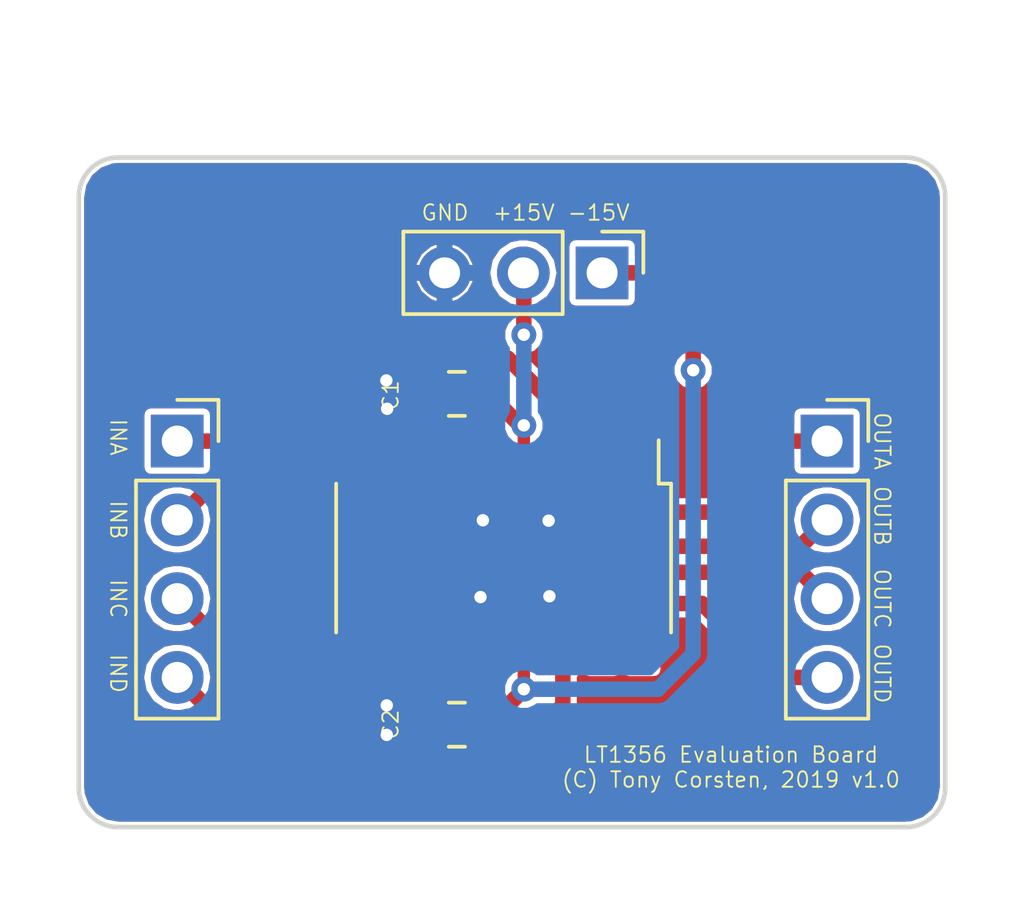
<source format=kicad_pcb>
(kicad_pcb (version 20171130) (host pcbnew "(5.0.2)-1")

  (general
    (thickness 1.6)
    (drawings 20)
    (tracks 89)
    (zones 0)
    (modules 6)
    (nets 14)
  )

  (page A4)
  (layers
    (0 F.Cu signal)
    (31 B.Cu signal)
    (32 B.Adhes user)
    (33 F.Adhes user)
    (34 B.Paste user)
    (35 F.Paste user)
    (36 B.SilkS user)
    (37 F.SilkS user)
    (38 B.Mask user)
    (39 F.Mask user)
    (40 Dwgs.User user)
    (41 Cmts.User user)
    (42 Eco1.User user)
    (43 Eco2.User user)
    (44 Edge.Cuts user)
    (45 Margin user)
    (46 B.CrtYd user)
    (47 F.CrtYd user hide)
    (48 B.Fab user)
    (49 F.Fab user hide)
  )

  (setup
    (last_trace_width 0.25)
    (user_trace_width 0.25)
    (user_trace_width 0.3)
    (user_trace_width 0.4)
    (user_trace_width 0.5)
    (user_trace_width 0.6)
    (user_trace_width 0.7)
    (user_trace_width 0.8)
    (trace_clearance 0.2)
    (zone_clearance 0.1)
    (zone_45_only no)
    (trace_min 0.2)
    (segment_width 0.2)
    (edge_width 0.15)
    (via_size 0.8)
    (via_drill 0.4)
    (via_min_size 0.4)
    (via_min_drill 0.3)
    (uvia_size 0.3)
    (uvia_drill 0.1)
    (uvias_allowed no)
    (uvia_min_size 0.2)
    (uvia_min_drill 0.1)
    (pcb_text_width 0.3)
    (pcb_text_size 1.5 1.5)
    (mod_edge_width 0.15)
    (mod_text_size 1 1)
    (mod_text_width 0.15)
    (pad_size 1.524 1.524)
    (pad_drill 0.762)
    (pad_to_mask_clearance 0.051)
    (solder_mask_min_width 0.25)
    (aux_axis_origin 0 0)
    (visible_elements 7FFFFFFF)
    (pcbplotparams
      (layerselection 0x010f0_ffffffff)
      (usegerberextensions false)
      (usegerberattributes false)
      (usegerberadvancedattributes false)
      (creategerberjobfile false)
      (excludeedgelayer true)
      (linewidth 0.100000)
      (plotframeref false)
      (viasonmask false)
      (mode 1)
      (useauxorigin false)
      (hpglpennumber 1)
      (hpglpenspeed 20)
      (hpglpendiameter 15.000000)
      (psnegative false)
      (psa4output false)
      (plotreference true)
      (plotvalue true)
      (plotinvisibletext false)
      (padsonsilk false)
      (subtractmaskfromsilk false)
      (outputformat 1)
      (mirror false)
      (drillshape 0)
      (scaleselection 1)
      (outputdirectory "LT1356_Gerber/"))
  )

  (net 0 "")
  (net 1 -15V)
  (net 2 +15V)
  (net 3 /INA)
  (net 4 /INB)
  (net 5 /INC)
  (net 6 /IND)
  (net 7 /OUTD)
  (net 8 /OUTC)
  (net 9 /OUTB)
  (net 10 /OUTA)
  (net 11 "Net-(U1-Pad8)")
  (net 12 "Net-(U1-Pad9)")
  (net 13 GND)

  (net_class Default "This is the default net class."
    (clearance 0.2)
    (trace_width 0.25)
    (via_dia 0.8)
    (via_drill 0.4)
    (uvia_dia 0.3)
    (uvia_drill 0.1)
    (add_net +15V)
    (add_net -15V)
    (add_net /INA)
    (add_net /INB)
    (add_net /INC)
    (add_net /IND)
    (add_net /OUTA)
    (add_net /OUTB)
    (add_net /OUTC)
    (add_net /OUTD)
    (add_net GND)
    (add_net "Net-(U1-Pad8)")
    (add_net "Net-(U1-Pad9)")
  )

  (module Connector_PinSocket_2.54mm:PinSocket_1x04_P2.54mm_Vertical (layer F.Cu) (tedit 5D4FA22B) (tstamp 5D6D22B6)
    (at 112.395 81.534)
    (descr "Through hole straight socket strip, 1x04, 2.54mm pitch, single row (from Kicad 4.0.7), script generated")
    (tags "Through hole socket strip THT 1x04 2.54mm single row")
    (path /5D508DAD)
    (fp_text reference J2 (at 0 -2.77) (layer F.SilkS) hide
      (effects (font (size 1 1) (thickness 0.15)))
    )
    (fp_text value SIG_IN (at 0 10.39) (layer F.Fab)
      (effects (font (size 1 1) (thickness 0.15)))
    )
    (fp_line (start -1.27 -1.27) (end 0.635 -1.27) (layer F.Fab) (width 0.1))
    (fp_line (start 0.635 -1.27) (end 1.27 -0.635) (layer F.Fab) (width 0.1))
    (fp_line (start 1.27 -0.635) (end 1.27 8.89) (layer F.Fab) (width 0.1))
    (fp_line (start 1.27 8.89) (end -1.27 8.89) (layer F.Fab) (width 0.1))
    (fp_line (start -1.27 8.89) (end -1.27 -1.27) (layer F.Fab) (width 0.1))
    (fp_line (start -1.33 1.27) (end 1.33 1.27) (layer F.SilkS) (width 0.12))
    (fp_line (start -1.33 1.27) (end -1.33 8.95) (layer F.SilkS) (width 0.12))
    (fp_line (start -1.33 8.95) (end 1.33 8.95) (layer F.SilkS) (width 0.12))
    (fp_line (start 1.33 1.27) (end 1.33 8.95) (layer F.SilkS) (width 0.12))
    (fp_line (start 1.33 -1.33) (end 1.33 0) (layer F.SilkS) (width 0.12))
    (fp_line (start 0 -1.33) (end 1.33 -1.33) (layer F.SilkS) (width 0.12))
    (fp_line (start -1.8 -1.8) (end 1.75 -1.8) (layer F.CrtYd) (width 0.05))
    (fp_line (start 1.75 -1.8) (end 1.75 9.4) (layer F.CrtYd) (width 0.05))
    (fp_line (start 1.75 9.4) (end -1.8 9.4) (layer F.CrtYd) (width 0.05))
    (fp_line (start -1.8 9.4) (end -1.8 -1.8) (layer F.CrtYd) (width 0.05))
    (fp_text user %R (at 0 3.81 90) (layer F.Fab)
      (effects (font (size 1 1) (thickness 0.15)))
    )
    (pad 1 thru_hole rect (at 0 0) (size 1.7 1.7) (drill 1) (layers *.Cu *.Mask)
      (net 3 /INA))
    (pad 2 thru_hole oval (at 0 2.54) (size 1.7 1.7) (drill 1) (layers *.Cu *.Mask)
      (net 4 /INB))
    (pad 3 thru_hole oval (at 0 5.08) (size 1.7 1.7) (drill 1) (layers *.Cu *.Mask)
      (net 5 /INC))
    (pad 4 thru_hole oval (at 0 7.62) (size 1.7 1.7) (drill 1) (layers *.Cu *.Mask)
      (net 6 /IND))
    (model ${KISYS3DMOD}/Connector_PinSocket_2.54mm.3dshapes/PinSocket_1x04_P2.54mm_Vertical.wrl
      (at (xyz 0 0 0))
      (scale (xyz 1 1 1))
      (rotate (xyz 0 0 0))
    )
  )

  (module Connector_PinSocket_2.54mm:PinSocket_1x04_P2.54mm_Vertical (layer F.Cu) (tedit 5D4FA232) (tstamp 5D6D166D)
    (at 133.35 81.534)
    (descr "Through hole straight socket strip, 1x04, 2.54mm pitch, single row (from Kicad 4.0.7), script generated")
    (tags "Through hole socket strip THT 1x04 2.54mm single row")
    (path /5D5094D6)
    (fp_text reference J3 (at 0 -2.77) (layer F.SilkS) hide
      (effects (font (size 1 1) (thickness 0.15)))
    )
    (fp_text value SIG_OUT (at 0 10.39) (layer F.Fab)
      (effects (font (size 1 1) (thickness 0.15)))
    )
    (fp_text user %R (at 0 3.81 90) (layer F.Fab)
      (effects (font (size 1 1) (thickness 0.15)))
    )
    (fp_line (start -1.8 9.4) (end -1.8 -1.8) (layer F.CrtYd) (width 0.05))
    (fp_line (start 1.75 9.4) (end -1.8 9.4) (layer F.CrtYd) (width 0.05))
    (fp_line (start 1.75 -1.8) (end 1.75 9.4) (layer F.CrtYd) (width 0.05))
    (fp_line (start -1.8 -1.8) (end 1.75 -1.8) (layer F.CrtYd) (width 0.05))
    (fp_line (start 0 -1.33) (end 1.33 -1.33) (layer F.SilkS) (width 0.12))
    (fp_line (start 1.33 -1.33) (end 1.33 0) (layer F.SilkS) (width 0.12))
    (fp_line (start 1.33 1.27) (end 1.33 8.95) (layer F.SilkS) (width 0.12))
    (fp_line (start -1.33 8.95) (end 1.33 8.95) (layer F.SilkS) (width 0.12))
    (fp_line (start -1.33 1.27) (end -1.33 8.95) (layer F.SilkS) (width 0.12))
    (fp_line (start -1.33 1.27) (end 1.33 1.27) (layer F.SilkS) (width 0.12))
    (fp_line (start -1.27 8.89) (end -1.27 -1.27) (layer F.Fab) (width 0.1))
    (fp_line (start 1.27 8.89) (end -1.27 8.89) (layer F.Fab) (width 0.1))
    (fp_line (start 1.27 -0.635) (end 1.27 8.89) (layer F.Fab) (width 0.1))
    (fp_line (start 0.635 -1.27) (end 1.27 -0.635) (layer F.Fab) (width 0.1))
    (fp_line (start -1.27 -1.27) (end 0.635 -1.27) (layer F.Fab) (width 0.1))
    (pad 4 thru_hole oval (at 0 7.62) (size 1.7 1.7) (drill 1) (layers *.Cu *.Mask)
      (net 7 /OUTD))
    (pad 3 thru_hole oval (at 0 5.08) (size 1.7 1.7) (drill 1) (layers *.Cu *.Mask)
      (net 8 /OUTC))
    (pad 2 thru_hole oval (at 0 2.54) (size 1.7 1.7) (drill 1) (layers *.Cu *.Mask)
      (net 9 /OUTB))
    (pad 1 thru_hole rect (at 0 0) (size 1.7 1.7) (drill 1) (layers *.Cu *.Mask)
      (net 10 /OUTA))
    (model ${KISYS3DMOD}/Connector_PinSocket_2.54mm.3dshapes/PinSocket_1x04_P2.54mm_Vertical.wrl
      (at (xyz 0 0 0))
      (scale (xyz 1 1 1))
      (rotate (xyz 0 0 0))
    )
  )

  (module Package_SO:SOP-16_3.9x10.4mm_P1.27mm_Hand_Solder (layer F.Cu) (tedit 5D50DEF8) (tstamp 5D6D168F)
    (at 122.919569 85.305565 270)
    (descr "16-Lead Plastic Small Outline http://www.vishay.com/docs/49633/sg2098.pdf")
    (tags "SOP 1.27")
    (path /5D508660)
    (attr smd)
    (fp_text reference U1 (at 0 -6.2 270) (layer F.SilkS) hide
      (effects (font (size 1 1) (thickness 0.15)))
    )
    (fp_text value LT1356IS-PBF (at 0 6.1 270) (layer F.Fab)
      (effects (font (size 1 1) (thickness 0.15)))
    )
    (fp_text user %R (at 0 0 270) (layer F.Fab)
      (effects (font (size 0.8 0.8) (thickness 0.15)))
    )
    (fp_line (start -1.95 -4.6) (end -1.35 -5.2) (layer F.Fab) (width 0.1))
    (fp_line (start -2.4 -5.4) (end -2.4 -5) (layer F.SilkS) (width 0.12))
    (fp_line (start -2.4 -5) (end -3.8 -5) (layer F.SilkS) (width 0.12))
    (fp_line (start -1.35 -5.2) (end 1.95 -5.2) (layer F.Fab) (width 0.1))
    (fp_line (start 1.95 -5.2) (end 1.95 5.2) (layer F.Fab) (width 0.1))
    (fp_line (start 1.95 5.2) (end -1.95 5.2) (layer F.Fab) (width 0.1))
    (fp_line (start -1.95 5.2) (end -1.95 -4.6) (layer F.Fab) (width 0.1))
    (fp_line (start -2.4 -5.4) (end 2.4 -5.4) (layer F.SilkS) (width 0.12))
    (fp_line (start -2.4 5.4) (end 2.4 5.4) (layer F.SilkS) (width 0.12))
    (fp_line (start -4.05 -5.45) (end 4.05 -5.45) (layer F.CrtYd) (width 0.05))
    (fp_line (start -4.05 -5.45) (end -4.05 5.45) (layer F.CrtYd) (width 0.05))
    (fp_line (start 4.05 5.45) (end 4.05 -5.45) (layer F.CrtYd) (width 0.05))
    (fp_line (start 4.05 5.45) (end -4.05 5.45) (layer F.CrtYd) (width 0.05))
    (pad 1 smd rect (at -2.8 -4.45 270) (size 1.6 0.8) (layers F.Cu F.Paste F.Mask)
      (net 10 /OUTA))
    (pad 2 smd rect (at -2.8 -3.17 270) (size 1.6 0.8) (layers F.Cu F.Paste F.Mask)
      (net 10 /OUTA))
    (pad 3 smd rect (at -2.8 -1.91 270) (size 1.6 0.8) (layers F.Cu F.Paste F.Mask)
      (net 3 /INA))
    (pad 4 smd rect (at -2.8 -0.64 270) (size 1.6 0.8) (layers F.Cu F.Paste F.Mask)
      (net 2 +15V))
    (pad 5 smd rect (at -2.8 0.64 270) (size 1.6 0.8) (layers F.Cu F.Paste F.Mask)
      (net 4 /INB))
    (pad 6 smd rect (at -2.8 1.91 270) (size 1.6 0.8) (layers F.Cu F.Paste F.Mask)
      (net 9 /OUTB))
    (pad 7 smd rect (at -2.8 3.17 270) (size 1.6 0.8) (layers F.Cu F.Paste F.Mask)
      (net 9 /OUTB))
    (pad 8 smd rect (at -2.8 4.45 270) (size 1.6 0.8) (layers F.Cu F.Paste F.Mask)
      (net 11 "Net-(U1-Pad8)"))
    (pad 9 smd rect (at 2.8 4.45 270) (size 1.6 0.8) (layers F.Cu F.Paste F.Mask)
      (net 12 "Net-(U1-Pad9)"))
    (pad 10 smd rect (at 2.8 3.17 270) (size 1.6 0.8) (layers F.Cu F.Paste F.Mask)
      (net 8 /OUTC))
    (pad 11 smd rect (at 2.8 1.91 270) (size 1.6 0.8) (layers F.Cu F.Paste F.Mask)
      (net 8 /OUTC))
    (pad 12 smd rect (at 2.8 0.64 270) (size 1.6 0.8) (layers F.Cu F.Paste F.Mask)
      (net 5 /INC))
    (pad 13 smd rect (at 2.8 -0.64 270) (size 1.6 0.8) (layers F.Cu F.Paste F.Mask)
      (net 1 -15V))
    (pad 14 smd rect (at 2.8 -1.91 270) (size 1.6 0.8) (layers F.Cu F.Paste F.Mask)
      (net 6 /IND))
    (pad 15 smd rect (at 2.8 -3.17 270) (size 1.6 0.8) (layers F.Cu F.Paste F.Mask)
      (net 7 /OUTD))
    (pad 16 smd rect (at 2.8 -4.45 270) (size 1.6 0.8) (layers F.Cu F.Paste F.Mask)
      (net 7 /OUTD))
    (model ${KISYS3DMOD}/Package_SO.3dshapes/SOP-16_4.4x10.4mm_P1.27mm.wrl
      (at (xyz 0 0 0))
      (scale (xyz 1 1 1))
      (rotate (xyz 0 0 0))
    )
  )

  (module Capacitor_SMD:C_0805_2012Metric_Pad1.15x1.40mm_HandSolder (layer F.Cu) (tedit 5D50DEEF) (tstamp 5D6E887B)
    (at 121.412 80.01 180)
    (descr "Capacitor SMD 0805 (2012 Metric), square (rectangular) end terminal, IPC_7351 nominal with elongated pad for handsoldering. (Body size source: https://docs.google.com/spreadsheets/d/1BsfQQcO9C6DZCsRaXUlFlo91Tg2WpOkGARC1WS5S8t0/edit?usp=sharing), generated with kicad-footprint-generator")
    (tags "capacitor handsolder")
    (path /5D50BB14)
    (attr smd)
    (fp_text reference C1 (at 2.1336 -0.0508 270) (layer F.SilkS)
      (effects (font (size 0.5 0.5) (thickness 0.06)))
    )
    (fp_text value C_Small (at 0 1.65 180) (layer F.Fab)
      (effects (font (size 1 1) (thickness 0.15)))
    )
    (fp_text user %R (at 0 0 180) (layer F.Fab)
      (effects (font (size 0.5 0.5) (thickness 0.08)))
    )
    (fp_line (start 1.85 0.95) (end -1.85 0.95) (layer F.CrtYd) (width 0.05))
    (fp_line (start 1.85 -0.95) (end 1.85 0.95) (layer F.CrtYd) (width 0.05))
    (fp_line (start -1.85 -0.95) (end 1.85 -0.95) (layer F.CrtYd) (width 0.05))
    (fp_line (start -1.85 0.95) (end -1.85 -0.95) (layer F.CrtYd) (width 0.05))
    (fp_line (start -0.261252 0.71) (end 0.261252 0.71) (layer F.SilkS) (width 0.12))
    (fp_line (start -0.261252 -0.71) (end 0.261252 -0.71) (layer F.SilkS) (width 0.12))
    (fp_line (start 1 0.6) (end -1 0.6) (layer F.Fab) (width 0.1))
    (fp_line (start 1 -0.6) (end 1 0.6) (layer F.Fab) (width 0.1))
    (fp_line (start -1 -0.6) (end 1 -0.6) (layer F.Fab) (width 0.1))
    (fp_line (start -1 0.6) (end -1 -0.6) (layer F.Fab) (width 0.1))
    (pad 2 smd roundrect (at 1.025 0 180) (size 1.15 1.4) (layers F.Cu F.Paste F.Mask) (roundrect_rratio 0.217391)
      (net 13 GND))
    (pad 1 smd roundrect (at -1.025 0 180) (size 1.15 1.4) (layers F.Cu F.Paste F.Mask) (roundrect_rratio 0.217391)
      (net 2 +15V))
    (model ${KISYS3DMOD}/Capacitor_SMD.3dshapes/C_0805_2012Metric.wrl
      (at (xyz 0 0 0))
      (scale (xyz 1 1 1))
      (rotate (xyz 0 0 0))
    )
  )

  (module Capacitor_SMD:C_0805_2012Metric_Pad1.15x1.40mm_HandSolder (layer F.Cu) (tedit 5D50DEE2) (tstamp 5D6E888C)
    (at 121.412 90.678)
    (descr "Capacitor SMD 0805 (2012 Metric), square (rectangular) end terminal, IPC_7351 nominal with elongated pad for handsoldering. (Body size source: https://docs.google.com/spreadsheets/d/1BsfQQcO9C6DZCsRaXUlFlo91Tg2WpOkGARC1WS5S8t0/edit?usp=sharing), generated with kicad-footprint-generator")
    (tags "capacitor handsolder")
    (path /5D50A154)
    (attr smd)
    (fp_text reference C2 (at -2.1336 0 90) (layer F.SilkS)
      (effects (font (size 0.5 0.5) (thickness 0.06)))
    )
    (fp_text value C_Small (at 0 1.65) (layer F.Fab)
      (effects (font (size 1 1) (thickness 0.15)))
    )
    (fp_line (start -1 0.6) (end -1 -0.6) (layer F.Fab) (width 0.1))
    (fp_line (start -1 -0.6) (end 1 -0.6) (layer F.Fab) (width 0.1))
    (fp_line (start 1 -0.6) (end 1 0.6) (layer F.Fab) (width 0.1))
    (fp_line (start 1 0.6) (end -1 0.6) (layer F.Fab) (width 0.1))
    (fp_line (start -0.261252 -0.71) (end 0.261252 -0.71) (layer F.SilkS) (width 0.12))
    (fp_line (start -0.261252 0.71) (end 0.261252 0.71) (layer F.SilkS) (width 0.12))
    (fp_line (start -1.85 0.95) (end -1.85 -0.95) (layer F.CrtYd) (width 0.05))
    (fp_line (start -1.85 -0.95) (end 1.85 -0.95) (layer F.CrtYd) (width 0.05))
    (fp_line (start 1.85 -0.95) (end 1.85 0.95) (layer F.CrtYd) (width 0.05))
    (fp_line (start 1.85 0.95) (end -1.85 0.95) (layer F.CrtYd) (width 0.05))
    (fp_text user %R (at 0 0) (layer F.Fab)
      (effects (font (size 0.5 0.5) (thickness 0.08)))
    )
    (pad 1 smd roundrect (at -1.025 0) (size 1.15 1.4) (layers F.Cu F.Paste F.Mask) (roundrect_rratio 0.217391)
      (net 13 GND))
    (pad 2 smd roundrect (at 1.025 0) (size 1.15 1.4) (layers F.Cu F.Paste F.Mask) (roundrect_rratio 0.217391)
      (net 1 -15V))
    (model ${KISYS3DMOD}/Capacitor_SMD.3dshapes/C_0805_2012Metric.wrl
      (at (xyz 0 0 0))
      (scale (xyz 1 1 1))
      (rotate (xyz 0 0 0))
    )
  )

  (module Connector_PinHeader_2.54mm:PinHeader_1x03_P2.54mm_Vertical (layer F.Cu) (tedit 5D4FA22F) (tstamp 5D6E888D)
    (at 126.09576 76.10856 270)
    (descr "Through hole straight pin header, 1x03, 2.54mm pitch, single row")
    (tags "Through hole pin header THT 1x03 2.54mm single row")
    (path /5D50A526)
    (fp_text reference J1 (at 0 -2.33 270) (layer F.SilkS) hide
      (effects (font (size 1 1) (thickness 0.15)))
    )
    (fp_text value Conn_01x03_Male (at 0 7.41 270) (layer F.Fab)
      (effects (font (size 1 1) (thickness 0.15)))
    )
    (fp_line (start -0.635 -1.27) (end 1.27 -1.27) (layer F.Fab) (width 0.1))
    (fp_line (start 1.27 -1.27) (end 1.27 6.35) (layer F.Fab) (width 0.1))
    (fp_line (start 1.27 6.35) (end -1.27 6.35) (layer F.Fab) (width 0.1))
    (fp_line (start -1.27 6.35) (end -1.27 -0.635) (layer F.Fab) (width 0.1))
    (fp_line (start -1.27 -0.635) (end -0.635 -1.27) (layer F.Fab) (width 0.1))
    (fp_line (start -1.33 6.41) (end 1.33 6.41) (layer F.SilkS) (width 0.12))
    (fp_line (start -1.33 1.27) (end -1.33 6.41) (layer F.SilkS) (width 0.12))
    (fp_line (start 1.33 1.27) (end 1.33 6.41) (layer F.SilkS) (width 0.12))
    (fp_line (start -1.33 1.27) (end 1.33 1.27) (layer F.SilkS) (width 0.12))
    (fp_line (start -1.33 0) (end -1.33 -1.33) (layer F.SilkS) (width 0.12))
    (fp_line (start -1.33 -1.33) (end 0 -1.33) (layer F.SilkS) (width 0.12))
    (fp_line (start -1.8 -1.8) (end -1.8 6.85) (layer F.CrtYd) (width 0.05))
    (fp_line (start -1.8 6.85) (end 1.8 6.85) (layer F.CrtYd) (width 0.05))
    (fp_line (start 1.8 6.85) (end 1.8 -1.8) (layer F.CrtYd) (width 0.05))
    (fp_line (start 1.8 -1.8) (end -1.8 -1.8) (layer F.CrtYd) (width 0.05))
    (fp_text user %R (at 0 2.54) (layer F.Fab)
      (effects (font (size 1 1) (thickness 0.15)))
    )
    (pad 1 thru_hole rect (at 0 0 270) (size 1.7 1.7) (drill 1) (layers *.Cu *.Mask)
      (net 1 -15V))
    (pad 2 thru_hole oval (at 0 2.54 270) (size 1.7 1.7) (drill 1) (layers *.Cu *.Mask)
      (net 2 +15V))
    (pad 3 thru_hole oval (at 0 5.08 270) (size 1.7 1.7) (drill 1) (layers *.Cu *.Mask)
      (net 13 GND))
    (model ${KISYS3DMOD}/Connector_PinHeader_2.54mm.3dshapes/PinHeader_1x03_P2.54mm_Vertical.wrl
      (at (xyz 0 0 0))
      (scale (xyz 1 1 1))
      (rotate (xyz 0 0 0))
    )
  )

  (gr_text OUTD (at 135.128 89.027 270) (layer F.SilkS) (tstamp 5D6E8C54)
    (effects (font (size 0.5 0.5) (thickness 0.06)))
  )
  (gr_text OUTC (at 135.128 86.614 270) (layer F.SilkS) (tstamp 5D6E8C37)
    (effects (font (size 0.5 0.5) (thickness 0.06)))
  )
  (gr_text OUTB (at 135.128 83.947 270) (layer F.SilkS) (tstamp 5D6E8C34)
    (effects (font (size 0.5 0.5) (thickness 0.06)))
  )
  (gr_text OUTA (at 135.128 81.534 270) (layer F.SilkS) (tstamp 5D6E8C2F)
    (effects (font (size 0.5 0.5) (thickness 0.06)))
  )
  (gr_text IND (at 110.49 89.027 270) (layer F.SilkS) (tstamp 5D6E8C13)
    (effects (font (size 0.5 0.5) (thickness 0.06)))
  )
  (gr_text INC (at 110.49 86.614 270) (layer F.SilkS) (tstamp 5D6E8C10)
    (effects (font (size 0.5 0.5) (thickness 0.06)))
  )
  (gr_text INB (at 110.49 84.074 270) (layer F.SilkS) (tstamp 5D6E8C0D)
    (effects (font (size 0.5 0.5) (thickness 0.06)))
  )
  (gr_text INA (at 110.49 81.407 270) (layer F.SilkS) (tstamp 5D6E8C05)
    (effects (font (size 0.5 0.5) (thickness 0.06)))
  )
  (gr_text -15V (at 125.984 74.168) (layer F.SilkS) (tstamp 5D6E8C00)
    (effects (font (size 0.5 0.5) (thickness 0.06)))
  )
  (gr_text +15V (at 123.571 74.168) (layer F.SilkS) (tstamp 5D6E8BF6)
    (effects (font (size 0.5 0.5) (thickness 0.06)))
  )
  (gr_text GND (at 121.031 74.168) (layer F.SilkS)
    (effects (font (size 0.5 0.5) (thickness 0.06)))
  )
  (gr_text "LT1356 Evaluation Board\n(C) Tony Corsten, 2019 v1.0" (at 130.2512 92.0496) (layer F.SilkS)
    (effects (font (size 0.5 0.5) (thickness 0.06)))
  )
  (gr_line (start 135.89 72.39) (end 110.49 72.39) (layer Edge.Cuts) (width 0.15))
  (gr_arc (start 135.89 73.66) (end 137.16 73.66) (angle -90) (layer Edge.Cuts) (width 0.15) (tstamp 5D6E8AA7))
  (gr_line (start 137.16 92.71) (end 137.16 73.66) (layer Edge.Cuts) (width 0.15))
  (gr_arc (start 135.89 92.71) (end 135.89 93.98) (angle -90) (layer Edge.Cuts) (width 0.15) (tstamp 5D6E8AA0))
  (gr_line (start 110.49 93.98) (end 135.89 93.98) (layer Edge.Cuts) (width 0.15))
  (gr_arc (start 110.49 92.71) (end 109.22 92.71) (angle -90) (layer Edge.Cuts) (width 0.15) (tstamp 5D6E8A96))
  (gr_line (start 109.22 73.66) (end 109.22 92.71) (layer Edge.Cuts) (width 0.15))
  (gr_arc (start 110.49 73.66) (end 110.49 72.39) (angle -90) (layer Edge.Cuts) (width 0.15))

  (via (at 123.571 89.535) (size 0.8) (drill 0.4) (layers F.Cu B.Cu) (net 1))
  (segment (start 123.571 89.535) (end 123.571 88.116996) (width 0.4) (layer F.Cu) (net 1))
  (segment (start 123.571 88.116996) (end 123.559569 88.105565) (width 0.4) (layer F.Cu) (net 1))
  (via (at 129.032 79.248) (size 0.8) (drill 0.4) (layers F.Cu B.Cu) (net 1) (tstamp 5D6E8B76))
  (segment (start 123.571 89.535) (end 125.476 89.535) (width 0.5) (layer B.Cu) (net 1))
  (segment (start 123.571 89.544) (end 122.437 90.678) (width 0.5) (layer F.Cu) (net 1))
  (segment (start 123.571 89.535) (end 123.571 89.544) (width 0.5) (layer F.Cu) (net 1))
  (segment (start 129.032 78.682315) (end 129.032 79.248) (width 0.5) (layer F.Cu) (net 1))
  (segment (start 129.032 77.6948) (end 129.032 78.682315) (width 0.5) (layer F.Cu) (net 1))
  (segment (start 127.44576 76.10856) (end 129.032 77.6948) (width 0.5) (layer F.Cu) (net 1))
  (segment (start 126.09576 76.10856) (end 127.44576 76.10856) (width 0.5) (layer F.Cu) (net 1))
  (segment (start 129.032 79.248) (end 129.032 88.392) (width 0.5) (layer B.Cu) (net 1))
  (segment (start 127.889 89.535) (end 125.476 89.535) (width 0.5) (layer B.Cu) (net 1))
  (segment (start 129.032 88.392) (end 127.889 89.535) (width 0.5) (layer B.Cu) (net 1))
  (via (at 123.571 81.026) (size 0.8) (drill 0.4) (layers F.Cu B.Cu) (net 2) (tstamp 5D6D1FCE))
  (segment (start 123.571 82.494134) (end 123.559569 82.505565) (width 0.4) (layer F.Cu) (net 2))
  (segment (start 123.571 81.026) (end 123.571 82.494134) (width 0.4) (layer F.Cu) (net 2))
  (segment (start 123.453 81.026) (end 122.437 80.01) (width 0.5) (layer F.Cu) (net 2))
  (segment (start 123.571 81.026) (end 123.453 81.026) (width 0.5) (layer F.Cu) (net 2))
  (via (at 123.571 78.105) (size 0.8) (drill 0.4) (layers F.Cu B.Cu) (net 2))
  (segment (start 123.571 78.105) (end 123.571 81.026) (width 0.5) (layer B.Cu) (net 2))
  (segment (start 123.571 76.1238) (end 123.55576 76.10856) (width 0.5) (layer F.Cu) (net 2))
  (segment (start 123.571 78.105) (end 123.571 76.1238) (width 0.5) (layer F.Cu) (net 2))
  (segment (start 113.745 81.534) (end 112.395 81.534) (width 0.5) (layer F.Cu) (net 3))
  (segment (start 116.41901 78.85999) (end 114.761 80.518) (width 0.5) (layer F.Cu) (net 3))
  (segment (start 123.051956 78.85999) (end 116.41901 78.85999) (width 0.5) (layer F.Cu) (net 3))
  (segment (start 124.829569 80.637603) (end 123.051956 78.85999) (width 0.5) (layer F.Cu) (net 3))
  (segment (start 124.829569 82.505565) (end 124.829569 80.637603) (width 0.5) (layer F.Cu) (net 3))
  (segment (start 115.103001 80.175999) (end 114.761 80.518) (width 0.5) (layer F.Cu) (net 3))
  (segment (start 114.761 80.518) (end 113.745 81.534) (width 0.5) (layer F.Cu) (net 3))
  (segment (start 113.244999 83.224001) (end 112.395 84.074) (width 0.5) (layer F.Cu) (net 4))
  (segment (start 115.213436 81.255564) (end 113.244999 83.224001) (width 0.5) (layer F.Cu) (net 4))
  (segment (start 121.76957 81.255564) (end 115.213436 81.255564) (width 0.5) (layer F.Cu) (net 4))
  (segment (start 122.279569 81.765563) (end 121.76957 81.255564) (width 0.5) (layer F.Cu) (net 4))
  (segment (start 122.279569 82.505565) (end 122.279569 81.765563) (width 0.5) (layer F.Cu) (net 4))
  (segment (start 113.244999 87.463999) (end 112.395 86.614) (width 0.5) (layer F.Cu) (net 5))
  (segment (start 115.136566 89.355566) (end 113.244999 87.463999) (width 0.5) (layer F.Cu) (net 5))
  (segment (start 121.76957 89.355566) (end 115.136566 89.355566) (width 0.5) (layer F.Cu) (net 5))
  (segment (start 122.279569 88.845567) (end 121.76957 89.355566) (width 0.5) (layer F.Cu) (net 5))
  (segment (start 122.279569 88.105565) (end 122.279569 88.845567) (width 0.5) (layer F.Cu) (net 5))
  (segment (start 113.244999 90.003999) (end 112.395 89.154) (width 0.5) (layer F.Cu) (net 6))
  (segment (start 115.06901 91.82801) (end 113.244999 90.003999) (width 0.5) (layer F.Cu) (net 6))
  (segment (start 123.051956 91.82801) (end 115.06901 91.82801) (width 0.5) (layer F.Cu) (net 6))
  (segment (start 124.829569 90.050397) (end 123.051956 91.82801) (width 0.5) (layer F.Cu) (net 6))
  (segment (start 124.829569 88.105565) (end 124.829569 90.050397) (width 0.5) (layer F.Cu) (net 6))
  (segment (start 126.089569 86.805565) (end 126.089569 88.105565) (width 0.5) (layer F.Cu) (net 7))
  (segment (start 126.12393 86.771204) (end 126.089569 86.805565) (width 0.5) (layer F.Cu) (net 7))
  (segment (start 127.369569 86.805565) (end 127.335208 86.771204) (width 0.5) (layer F.Cu) (net 7))
  (segment (start 127.369569 88.105565) (end 127.369569 86.805565) (width 0.5) (layer F.Cu) (net 7))
  (segment (start 126.93904 86.771204) (end 126.12393 86.771204) (width 0.5) (layer F.Cu) (net 7))
  (segment (start 127.335208 86.771204) (end 126.93904 86.771204) (width 0.5) (layer F.Cu) (net 7))
  (segment (start 133.35 89.154) (end 131.699 89.154) (width 0.5) (layer F.Cu) (net 7))
  (segment (start 129.316204 86.771204) (end 126.93904 86.771204) (width 0.5) (layer F.Cu) (net 7))
  (segment (start 131.699 89.154) (end 129.316204 86.771204) (width 0.5) (layer F.Cu) (net 7))
  (segment (start 119.77889 86.720404) (end 119.749569 86.749725) (width 0.5) (layer F.Cu) (net 8))
  (segment (start 119.749569 86.749725) (end 119.749569 88.105565) (width 0.5) (layer F.Cu) (net 8))
  (segment (start 121.009569 86.805565) (end 120.924408 86.720404) (width 0.5) (layer F.Cu) (net 8))
  (segment (start 121.009569 88.105565) (end 121.009569 86.805565) (width 0.5) (layer F.Cu) (net 8))
  (segment (start 120.269 86.720404) (end 119.77889 86.720404) (width 0.5) (layer F.Cu) (net 8))
  (segment (start 120.924408 86.720404) (end 120.269 86.720404) (width 0.5) (layer F.Cu) (net 8))
  (segment (start 132.500001 85.764001) (end 133.35 86.614) (width 0.5) (layer F.Cu) (net 8))
  (segment (start 121.225403 85.764001) (end 132.500001 85.764001) (width 0.5) (layer F.Cu) (net 8))
  (segment (start 120.269 86.720404) (end 121.225403 85.764001) (width 0.5) (layer F.Cu) (net 8))
  (segment (start 119.749569 83.805565) (end 119.749569 82.505565) (width 0.5) (layer F.Cu) (net 9))
  (segment (start 119.855168 83.911164) (end 119.749569 83.805565) (width 0.5) (layer F.Cu) (net 9))
  (segment (start 121.009569 83.805565) (end 120.90397 83.911164) (width 0.5) (layer F.Cu) (net 9))
  (segment (start 121.009569 82.505565) (end 121.009569 83.805565) (width 0.5) (layer F.Cu) (net 9))
  (segment (start 120.30964 83.911164) (end 119.855168 83.911164) (width 0.5) (layer F.Cu) (net 9))
  (segment (start 120.90397 83.911164) (end 120.30964 83.911164) (width 0.5) (layer F.Cu) (net 9))
  (segment (start 132.500001 84.923999) (end 133.35 84.074) (width 0.5) (layer F.Cu) (net 9))
  (segment (start 121.322475 84.923999) (end 132.500001 84.923999) (width 0.5) (layer F.Cu) (net 9))
  (segment (start 120.30964 83.911164) (end 121.322475 84.923999) (width 0.5) (layer F.Cu) (net 9))
  (segment (start 126.089569 83.805565) (end 126.089569 82.505565) (width 0.5) (layer F.Cu) (net 10))
  (segment (start 126.108808 83.824804) (end 126.089569 83.805565) (width 0.5) (layer F.Cu) (net 10))
  (segment (start 127.369569 83.805565) (end 127.35033 83.824804) (width 0.5) (layer F.Cu) (net 10))
  (segment (start 127.369569 82.505565) (end 127.369569 83.805565) (width 0.5) (layer F.Cu) (net 10))
  (segment (start 127.35033 83.824804) (end 126.7714 83.824804) (width 0.5) (layer F.Cu) (net 10))
  (segment (start 126.7714 83.824804) (end 126.108808 83.824804) (width 0.5) (layer F.Cu) (net 10))
  (segment (start 129.709196 83.824804) (end 126.7714 83.824804) (width 0.5) (layer F.Cu) (net 10))
  (segment (start 132 81.534) (end 129.709196 83.824804) (width 0.5) (layer F.Cu) (net 10))
  (segment (start 133.35 81.534) (end 132 81.534) (width 0.5) (layer F.Cu) (net 10))
  (via (at 119.1387 79.5782) (size 0.8) (drill 0.4) (layers F.Cu B.Cu) (net 13))
  (via (at 119.1641 80.4926) (size 0.8) (drill 0.4) (layers F.Cu B.Cu) (net 13))
  (via (at 122.2502 84.0867) (size 0.8) (drill 0.4) (layers F.Cu B.Cu) (net 13))
  (via (at 124.3711 84.0994) (size 0.8) (drill 0.4) (layers F.Cu B.Cu) (net 13))
  (via (at 122.174 86.5632) (size 0.8) (drill 0.4) (layers F.Cu B.Cu) (net 13))
  (via (at 124.3965 86.5378) (size 0.8) (drill 0.4) (layers F.Cu B.Cu) (net 13))
  (via (at 119.1514 90.0557) (size 0.8) (drill 0.4) (layers F.Cu B.Cu) (net 13))
  (via (at 119.1514 91.0082) (size 0.8) (drill 0.4) (layers F.Cu B.Cu) (net 13))

  (zone (net 13) (net_name GND) (layer F.Cu) (tstamp 5D5F8FCD) (hatch edge 0.508)
    (connect_pads (clearance 0.1))
    (min_thickness 0.2)
    (fill yes (arc_segments 16) (thermal_gap 0.1) (thermal_bridge_width 0.508))
    (polygon
      (pts
        (xy 107.95 68.58) (xy 139.7 68.58) (xy 139.7 96.52) (xy 107.95 96.52)
      )
    )
    (filled_polygon
      (pts
        (xy 136.228857 72.728991) (xy 136.526847 72.901037) (xy 136.748022 73.164622) (xy 136.869907 73.499499) (xy 136.885001 73.672023)
        (xy 136.885 92.685942) (xy 136.821008 93.048859) (xy 136.648963 93.346847) (xy 136.385379 93.568021) (xy 136.050501 93.689907)
        (xy 135.877988 93.705) (xy 110.514058 93.705) (xy 110.151141 93.641008) (xy 109.853153 93.468963) (xy 109.631979 93.205379)
        (xy 109.510093 92.870501) (xy 109.495 92.697988) (xy 109.495 84.074) (xy 111.222471 84.074) (xy 111.311724 84.522707)
        (xy 111.565897 84.903103) (xy 111.946293 85.157276) (xy 112.281739 85.224) (xy 112.508261 85.224) (xy 112.843707 85.157276)
        (xy 113.224103 84.903103) (xy 113.478276 84.522707) (xy 113.567529 84.074) (xy 113.502042 83.744775) (xy 113.672211 83.574606)
        (xy 113.672213 83.574603) (xy 115.441253 81.805564) (xy 117.763692 81.805564) (xy 117.763692 83.305565) (xy 117.786976 83.422619)
        (xy 117.853281 83.521853) (xy 117.952515 83.588158) (xy 118.069569 83.611442) (xy 118.869569 83.611442) (xy 118.986623 83.588158)
        (xy 119.085857 83.521853) (xy 119.109569 83.486365) (xy 119.133281 83.521853) (xy 119.199569 83.566145) (xy 119.199569 83.751396)
        (xy 119.188794 83.805565) (xy 119.199569 83.859734) (xy 119.23148 84.020163) (xy 119.353041 84.202093) (xy 119.398968 84.23278)
        (xy 119.427953 84.261765) (xy 119.45864 84.307692) (xy 119.640569 84.429253) (xy 119.800998 84.461164) (xy 119.800999 84.461164)
        (xy 119.855168 84.471939) (xy 119.909337 84.461164) (xy 120.081824 84.461164) (xy 120.895261 85.274602) (xy 120.917671 85.308141)
        (xy 120.828875 85.367473) (xy 120.798189 85.413398) (xy 120.041184 86.170404) (xy 119.833058 86.170404) (xy 119.778889 86.159629)
        (xy 119.72472 86.170404) (xy 119.564291 86.202315) (xy 119.382362 86.323876) (xy 119.370618 86.341453) (xy 119.353041 86.353197)
        (xy 119.23148 86.535127) (xy 119.199569 86.695555) (xy 119.188794 86.749725) (xy 119.199569 86.803894) (xy 119.199569 87.044985)
        (xy 119.133281 87.089277) (xy 119.109569 87.124765) (xy 119.085857 87.089277) (xy 118.986623 87.022972) (xy 118.869569 86.999688)
        (xy 118.069569 86.999688) (xy 117.952515 87.022972) (xy 117.853281 87.089277) (xy 117.786976 87.188511) (xy 117.763692 87.305565)
        (xy 117.763692 88.805566) (xy 115.364383 88.805566) (xy 113.672213 87.113397) (xy 113.672211 87.113394) (xy 113.502042 86.943225)
        (xy 113.567529 86.614) (xy 113.478276 86.165293) (xy 113.224103 85.784897) (xy 112.843707 85.530724) (xy 112.508261 85.464)
        (xy 112.281739 85.464) (xy 111.946293 85.530724) (xy 111.565897 85.784897) (xy 111.311724 86.165293) (xy 111.222471 86.614)
        (xy 111.311724 87.062707) (xy 111.565897 87.443103) (xy 111.946293 87.697276) (xy 112.281739 87.764) (xy 112.508261 87.764)
        (xy 112.724225 87.721042) (xy 112.894394 87.891211) (xy 112.894397 87.891213) (xy 114.709352 89.706169) (xy 114.740038 89.752094)
        (xy 114.921967 89.873655) (xy 115.082396 89.905566) (xy 115.082397 89.905566) (xy 115.136566 89.916341) (xy 115.190735 89.905566)
        (xy 119.625525 89.905566) (xy 119.612 89.938217) (xy 119.612 90.474) (xy 119.662 90.524) (xy 120.233 90.524)
        (xy 120.233 90.504) (xy 120.541 90.504) (xy 120.541 90.524) (xy 121.112 90.524) (xy 121.162 90.474)
        (xy 121.162 89.938217) (xy 121.148475 89.905566) (xy 121.671741 89.905566) (xy 121.598437 90.015274) (xy 121.556123 90.227999)
        (xy 121.556123 91.128001) (xy 121.585962 91.27801) (xy 121.162 91.27801) (xy 121.162 90.882) (xy 121.112 90.832)
        (xy 120.541 90.832) (xy 120.541 90.852) (xy 120.233 90.852) (xy 120.233 90.832) (xy 119.662 90.832)
        (xy 119.612 90.882) (xy 119.612 91.27801) (xy 115.296827 91.27801) (xy 113.672213 89.653397) (xy 113.672211 89.653394)
        (xy 113.502042 89.483225) (xy 113.567529 89.154) (xy 113.478276 88.705293) (xy 113.224103 88.324897) (xy 112.843707 88.070724)
        (xy 112.508261 88.004) (xy 112.281739 88.004) (xy 111.946293 88.070724) (xy 111.565897 88.324897) (xy 111.311724 88.705293)
        (xy 111.222471 89.154) (xy 111.311724 89.602707) (xy 111.565897 89.983103) (xy 111.946293 90.237276) (xy 112.281739 90.304)
        (xy 112.508261 90.304) (xy 112.724225 90.261042) (xy 112.894394 90.431211) (xy 112.894397 90.431213) (xy 114.641796 92.178613)
        (xy 114.672482 92.224538) (xy 114.854411 92.346099) (xy 115.01484 92.37801) (xy 115.069009 92.388785) (xy 115.123178 92.37801)
        (xy 122.997787 92.37801) (xy 123.051956 92.388785) (xy 123.106125 92.37801) (xy 123.106126 92.37801) (xy 123.266555 92.346099)
        (xy 123.448484 92.224538) (xy 123.479172 92.17861) (xy 125.180175 90.477609) (xy 125.226097 90.446925) (xy 125.305964 90.327396)
        (xy 125.347657 90.264998) (xy 125.347657 90.264997) (xy 125.347658 90.264996) (xy 125.379569 90.104567) (xy 125.379569 90.104563)
        (xy 125.390343 90.050398) (xy 125.379569 89.996233) (xy 125.379569 89.166145) (xy 125.445857 89.121853) (xy 125.459569 89.101331)
        (xy 125.473281 89.121853) (xy 125.572515 89.188158) (xy 125.689569 89.211442) (xy 126.489569 89.211442) (xy 126.606623 89.188158)
        (xy 126.705857 89.121853) (xy 126.729569 89.086365) (xy 126.753281 89.121853) (xy 126.852515 89.188158) (xy 126.969569 89.211442)
        (xy 127.769569 89.211442) (xy 127.886623 89.188158) (xy 127.985857 89.121853) (xy 128.052162 89.022619) (xy 128.075446 88.905565)
        (xy 128.075446 87.321204) (xy 129.088388 87.321204) (xy 131.271788 89.504606) (xy 131.302472 89.550528) (xy 131.348394 89.581212)
        (xy 131.484399 89.672088) (xy 131.4844 89.672088) (xy 131.484401 89.672089) (xy 131.64483 89.704) (xy 131.644834 89.704)
        (xy 131.698999 89.714774) (xy 131.753164 89.704) (xy 132.334406 89.704) (xy 132.520897 89.983103) (xy 132.901293 90.237276)
        (xy 133.236739 90.304) (xy 133.463261 90.304) (xy 133.798707 90.237276) (xy 134.179103 89.983103) (xy 134.433276 89.602707)
        (xy 134.522529 89.154) (xy 134.433276 88.705293) (xy 134.179103 88.324897) (xy 133.798707 88.070724) (xy 133.463261 88.004)
        (xy 133.236739 88.004) (xy 132.901293 88.070724) (xy 132.520897 88.324897) (xy 132.334406 88.604) (xy 131.926818 88.604)
        (xy 129.74342 86.420604) (xy 129.712732 86.374676) (xy 129.621925 86.314001) (xy 132.237144 86.314001) (xy 132.177471 86.614)
        (xy 132.266724 87.062707) (xy 132.520897 87.443103) (xy 132.901293 87.697276) (xy 133.236739 87.764) (xy 133.463261 87.764)
        (xy 133.798707 87.697276) (xy 134.179103 87.443103) (xy 134.433276 87.062707) (xy 134.522529 86.614) (xy 134.433276 86.165293)
        (xy 134.179103 85.784897) (xy 133.798707 85.530724) (xy 133.463261 85.464) (xy 133.236739 85.464) (xy 133.020774 85.506958)
        (xy 132.927217 85.413401) (xy 132.896529 85.367473) (xy 132.861399 85.344) (xy 132.896529 85.320527) (xy 132.927217 85.274599)
        (xy 133.020774 85.181042) (xy 133.236739 85.224) (xy 133.463261 85.224) (xy 133.798707 85.157276) (xy 134.179103 84.903103)
        (xy 134.433276 84.522707) (xy 134.522529 84.074) (xy 134.433276 83.625293) (xy 134.179103 83.244897) (xy 133.798707 82.990724)
        (xy 133.463261 82.924) (xy 133.236739 82.924) (xy 132.901293 82.990724) (xy 132.520897 83.244897) (xy 132.266724 83.625293)
        (xy 132.177471 84.074) (xy 132.237144 84.373999) (xy 129.767413 84.373999) (xy 129.923795 84.342893) (xy 130.105724 84.221332)
        (xy 130.136412 84.175404) (xy 132.194123 82.117694) (xy 132.194123 82.384) (xy 132.217407 82.501054) (xy 132.283712 82.600288)
        (xy 132.382946 82.666593) (xy 132.5 82.689877) (xy 134.2 82.689877) (xy 134.317054 82.666593) (xy 134.416288 82.600288)
        (xy 134.482593 82.501054) (xy 134.505877 82.384) (xy 134.505877 80.684) (xy 134.482593 80.566946) (xy 134.416288 80.467712)
        (xy 134.317054 80.401407) (xy 134.2 80.378123) (xy 132.5 80.378123) (xy 132.382946 80.401407) (xy 132.283712 80.467712)
        (xy 132.217407 80.566946) (xy 132.194123 80.684) (xy 132.194123 80.984) (xy 132.054168 80.984) (xy 131.999999 80.973225)
        (xy 131.94583 80.984) (xy 131.785401 81.015911) (xy 131.603472 81.137472) (xy 131.572787 81.183396) (xy 129.48138 83.274804)
        (xy 128.075446 83.274804) (xy 128.075446 81.705565) (xy 128.052162 81.588511) (xy 127.985857 81.489277) (xy 127.886623 81.422972)
        (xy 127.769569 81.399688) (xy 126.969569 81.399688) (xy 126.852515 81.422972) (xy 126.753281 81.489277) (xy 126.729569 81.524765)
        (xy 126.705857 81.489277) (xy 126.606623 81.422972) (xy 126.489569 81.399688) (xy 125.689569 81.399688) (xy 125.572515 81.422972)
        (xy 125.473281 81.489277) (xy 125.459569 81.509799) (xy 125.445857 81.489277) (xy 125.379569 81.444985) (xy 125.379569 80.691767)
        (xy 125.390343 80.637602) (xy 125.379569 80.583437) (xy 125.379569 80.583433) (xy 125.347658 80.423004) (xy 125.333228 80.401407)
        (xy 125.256781 80.286997) (xy 125.226097 80.241075) (xy 125.180175 80.210391) (xy 123.755878 78.786096) (xy 123.967518 78.698432)
        (xy 124.164432 78.501518) (xy 124.271 78.244239) (xy 124.271 77.965761) (xy 124.164432 77.708482) (xy 124.121 77.66505)
        (xy 124.121 77.113971) (xy 124.384863 76.937663) (xy 124.639036 76.557267) (xy 124.728289 76.10856) (xy 124.639036 75.659853)
        (xy 124.384863 75.279457) (xy 124.353589 75.25856) (xy 124.939883 75.25856) (xy 124.939883 76.95856) (xy 124.963167 77.075614)
        (xy 125.029472 77.174848) (xy 125.128706 77.241153) (xy 125.24576 77.264437) (xy 126.94576 77.264437) (xy 127.062814 77.241153)
        (xy 127.162048 77.174848) (xy 127.228353 77.075614) (xy 127.251637 76.95856) (xy 127.251637 76.692253) (xy 128.482 77.922617)
        (xy 128.482001 78.628141) (xy 128.482 78.628146) (xy 128.482 78.80805) (xy 128.438568 78.851482) (xy 128.332 79.108761)
        (xy 128.332 79.387239) (xy 128.438568 79.644518) (xy 128.635482 79.841432) (xy 128.892761 79.948) (xy 129.171239 79.948)
        (xy 129.428518 79.841432) (xy 129.625432 79.644518) (xy 129.732 79.387239) (xy 129.732 79.108761) (xy 129.625432 78.851482)
        (xy 129.582 78.80805) (xy 129.582 77.748968) (xy 129.592775 77.694799) (xy 129.556328 77.511568) (xy 129.550089 77.480201)
        (xy 129.428528 77.298272) (xy 129.382603 77.267586) (xy 127.872976 75.75796) (xy 127.842288 75.712032) (xy 127.660359 75.590471)
        (xy 127.49993 75.55856) (xy 127.499929 75.55856) (xy 127.44576 75.547785) (xy 127.391591 75.55856) (xy 127.251637 75.55856)
        (xy 127.251637 75.25856) (xy 127.228353 75.141506) (xy 127.162048 75.042272) (xy 127.062814 74.975967) (xy 126.94576 74.952683)
        (xy 125.24576 74.952683) (xy 125.128706 74.975967) (xy 125.029472 75.042272) (xy 124.963167 75.141506) (xy 124.939883 75.25856)
        (xy 124.353589 75.25856) (xy 124.004467 75.025284) (xy 123.669021 74.95856) (xy 123.442499 74.95856) (xy 123.107053 75.025284)
        (xy 122.726657 75.279457) (xy 122.472484 75.659853) (xy 122.383231 76.10856) (xy 122.472484 76.557267) (xy 122.726657 76.937663)
        (xy 123.021 77.134337) (xy 123.021 77.66505) (xy 122.977568 77.708482) (xy 122.871 77.965761) (xy 122.871 78.244239)
        (xy 122.898235 78.30999) (xy 116.473178 78.30999) (xy 116.419009 78.299215) (xy 116.36484 78.30999) (xy 116.204411 78.341901)
        (xy 116.022482 78.463462) (xy 115.991796 78.509387) (xy 114.410395 80.090788) (xy 113.550877 80.950307) (xy 113.550877 80.684)
        (xy 113.527593 80.566946) (xy 113.461288 80.467712) (xy 113.362054 80.401407) (xy 113.245 80.378123) (xy 111.545 80.378123)
        (xy 111.427946 80.401407) (xy 111.328712 80.467712) (xy 111.262407 80.566946) (xy 111.239123 80.684) (xy 111.239123 82.384)
        (xy 111.262407 82.501054) (xy 111.328712 82.600288) (xy 111.427946 82.666593) (xy 111.545 82.689877) (xy 113.001307 82.689877)
        (xy 112.894397 82.796787) (xy 112.894394 82.796789) (xy 112.724225 82.966958) (xy 112.508261 82.924) (xy 112.281739 82.924)
        (xy 111.946293 82.990724) (xy 111.565897 83.244897) (xy 111.311724 83.625293) (xy 111.222471 84.074) (xy 109.495 84.074)
        (xy 109.495 76.423147) (xy 120.013977 76.423147) (xy 120.21062 76.782566) (xy 120.529839 77.039374) (xy 120.701176 77.110327)
        (xy 120.86176 77.096631) (xy 120.86176 76.26256) (xy 121.16976 76.26256) (xy 121.16976 77.096631) (xy 121.330344 77.110327)
        (xy 121.501681 77.039374) (xy 121.8209 76.782566) (xy 122.017543 76.423147) (xy 122.004422 76.26256) (xy 121.16976 76.26256)
        (xy 120.86176 76.26256) (xy 120.027098 76.26256) (xy 120.013977 76.423147) (xy 109.495 76.423147) (xy 109.495 75.793973)
        (xy 120.013977 75.793973) (xy 120.027098 75.95456) (xy 120.86176 75.95456) (xy 120.86176 75.120489) (xy 121.16976 75.120489)
        (xy 121.16976 75.95456) (xy 122.004422 75.95456) (xy 122.017543 75.793973) (xy 121.8209 75.434554) (xy 121.501681 75.177746)
        (xy 121.330344 75.106793) (xy 121.16976 75.120489) (xy 120.86176 75.120489) (xy 120.701176 75.106793) (xy 120.529839 75.177746)
        (xy 120.21062 75.434554) (xy 120.013977 75.793973) (xy 109.495 75.793973) (xy 109.495 73.684058) (xy 109.558991 73.321143)
        (xy 109.731037 73.023153) (xy 109.994622 72.801978) (xy 110.329499 72.680093) (xy 110.502011 72.665) (xy 135.865942 72.665)
      )
    )
    (filled_polygon
      (pts
        (xy 125.727402 86.374676) (xy 125.713639 86.395274) (xy 125.693041 86.409037) (xy 125.57148 86.590967) (xy 125.539901 86.749725)
        (xy 125.528794 86.805565) (xy 125.539569 86.859734) (xy 125.539569 87.044985) (xy 125.473281 87.089277) (xy 125.459569 87.109799)
        (xy 125.445857 87.089277) (xy 125.346623 87.022972) (xy 125.229569 86.999688) (xy 124.429569 86.999688) (xy 124.312515 87.022972)
        (xy 124.213281 87.089277) (xy 124.194569 87.117282) (xy 124.175857 87.089277) (xy 124.076623 87.022972) (xy 123.959569 86.999688)
        (xy 123.159569 86.999688) (xy 123.042515 87.022972) (xy 122.943281 87.089277) (xy 122.919569 87.124765) (xy 122.895857 87.089277)
        (xy 122.796623 87.022972) (xy 122.679569 86.999688) (xy 121.879569 86.999688) (xy 121.762515 87.022972) (xy 121.663281 87.089277)
        (xy 121.644569 87.117282) (xy 121.625857 87.089277) (xy 121.559569 87.044985) (xy 121.559569 86.859734) (xy 121.570344 86.805565)
        (xy 121.559237 86.749725) (xy 121.527658 86.590966) (xy 121.406097 86.409037) (xy 121.377375 86.389846) (xy 121.45322 86.314001)
        (xy 125.818209 86.314001)
      )
    )
    (filled_polygon
      (pts
        (xy 122.943281 83.521853) (xy 123.042515 83.588158) (xy 123.159569 83.611442) (xy 123.959569 83.611442) (xy 124.076623 83.588158)
        (xy 124.175857 83.521853) (xy 124.194569 83.493848) (xy 124.213281 83.521853) (xy 124.312515 83.588158) (xy 124.429569 83.611442)
        (xy 125.229569 83.611442) (xy 125.346623 83.588158) (xy 125.445857 83.521853) (xy 125.459569 83.501331) (xy 125.473281 83.521853)
        (xy 125.539569 83.566145) (xy 125.539569 83.751396) (xy 125.528794 83.805565) (xy 125.539569 83.859734) (xy 125.57148 84.020163)
        (xy 125.693041 84.202093) (xy 125.704574 84.209799) (xy 125.71228 84.221332) (xy 125.894209 84.342893) (xy 126.050591 84.373999)
        (xy 121.550292 84.373999) (xy 121.389485 84.213193) (xy 121.406097 84.202093) (xy 121.527658 84.020164) (xy 121.559569 83.859735)
        (xy 121.559569 83.859734) (xy 121.570344 83.805565) (xy 121.559569 83.751396) (xy 121.559569 83.566145) (xy 121.625857 83.521853)
        (xy 121.644569 83.493848) (xy 121.663281 83.521853) (xy 121.762515 83.588158) (xy 121.879569 83.611442) (xy 122.679569 83.611442)
        (xy 122.796623 83.588158) (xy 122.895857 83.521853) (xy 122.919569 83.486365)
      )
    )
    (filled_polygon
      (pts
        (xy 119.612 79.806) (xy 119.662 79.856) (xy 120.233 79.856) (xy 120.233 79.836) (xy 120.541 79.836)
        (xy 120.541 79.856) (xy 121.112 79.856) (xy 121.162 79.806) (xy 121.162 79.40999) (xy 121.585962 79.40999)
        (xy 121.556123 79.559999) (xy 121.556123 80.460001) (xy 121.598437 80.672726) (xy 121.620379 80.705564) (xy 121.162 80.705564)
        (xy 121.162 80.214) (xy 121.112 80.164) (xy 120.541 80.164) (xy 120.541 80.184) (xy 120.233 80.184)
        (xy 120.233 80.164) (xy 119.662 80.164) (xy 119.612 80.214) (xy 119.612 80.705564) (xy 115.351253 80.705564)
        (xy 116.646827 79.40999) (xy 119.612 79.40999)
      )
    )
  )
  (zone (net 13) (net_name GND) (layer B.Cu) (tstamp 5D5F8FCA) (hatch edge 0.508)
    (connect_pads (clearance 0.1))
    (min_thickness 0.254)
    (fill yes (arc_segments 16) (thermal_gap 0.1) (thermal_bridge_width 0.508))
    (polygon
      (pts
        (xy 106.68 67.31) (xy 138.43 67.31) (xy 138.43 95.25) (xy 106.68 95.25)
      )
    )
    (filled_polygon
      (pts
        (xy 136.219482 72.754755) (xy 136.509224 72.922038) (xy 136.724278 73.178329) (xy 136.84332 73.505396) (xy 136.858001 73.673198)
        (xy 136.858 92.683578) (xy 136.795245 93.039484) (xy 136.627962 93.329224) (xy 136.371671 93.544278) (xy 136.044606 93.66332)
        (xy 135.876812 93.678) (xy 110.516422 93.678) (xy 110.160516 93.615245) (xy 109.870776 93.447962) (xy 109.655722 93.191671)
        (xy 109.53668 92.864606) (xy 109.522 92.696812) (xy 109.522 89.154) (xy 111.194942 89.154) (xy 111.286291 89.613242)
        (xy 111.546431 90.002569) (xy 111.935758 90.262709) (xy 112.27908 90.331) (xy 112.51092 90.331) (xy 112.854242 90.262709)
        (xy 113.243569 90.002569) (xy 113.503709 89.613242) (xy 113.548036 89.390391) (xy 122.844 89.390391) (xy 122.844 89.679609)
        (xy 122.954679 89.946813) (xy 123.159187 90.151321) (xy 123.426391 90.262) (xy 123.715609 90.262) (xy 123.982813 90.151321)
        (xy 124.022134 90.112) (xy 127.832172 90.112) (xy 127.889 90.123304) (xy 127.945828 90.112) (xy 127.945829 90.112)
        (xy 128.114134 90.078522) (xy 128.304994 89.950994) (xy 128.337188 89.902812) (xy 129.086 89.154) (xy 132.149942 89.154)
        (xy 132.241291 89.613242) (xy 132.501431 90.002569) (xy 132.890758 90.262709) (xy 133.23408 90.331) (xy 133.46592 90.331)
        (xy 133.809242 90.262709) (xy 134.198569 90.002569) (xy 134.458709 89.613242) (xy 134.550058 89.154) (xy 134.458709 88.694758)
        (xy 134.198569 88.305431) (xy 133.809242 88.045291) (xy 133.46592 87.977) (xy 133.23408 87.977) (xy 132.890758 88.045291)
        (xy 132.501431 88.305431) (xy 132.241291 88.694758) (xy 132.149942 89.154) (xy 129.086 89.154) (xy 129.399815 88.840186)
        (xy 129.447994 88.807994) (xy 129.575522 88.617134) (xy 129.609 88.448829) (xy 129.620304 88.392001) (xy 129.609 88.335173)
        (xy 129.609 86.614) (xy 132.149942 86.614) (xy 132.241291 87.073242) (xy 132.501431 87.462569) (xy 132.890758 87.722709)
        (xy 133.23408 87.791) (xy 133.46592 87.791) (xy 133.809242 87.722709) (xy 134.198569 87.462569) (xy 134.458709 87.073242)
        (xy 134.550058 86.614) (xy 134.458709 86.154758) (xy 134.198569 85.765431) (xy 133.809242 85.505291) (xy 133.46592 85.437)
        (xy 133.23408 85.437) (xy 132.890758 85.505291) (xy 132.501431 85.765431) (xy 132.241291 86.154758) (xy 132.149942 86.614)
        (xy 129.609 86.614) (xy 129.609 84.074) (xy 132.149942 84.074) (xy 132.241291 84.533242) (xy 132.501431 84.922569)
        (xy 132.890758 85.182709) (xy 133.23408 85.251) (xy 133.46592 85.251) (xy 133.809242 85.182709) (xy 134.198569 84.922569)
        (xy 134.458709 84.533242) (xy 134.550058 84.074) (xy 134.458709 83.614758) (xy 134.198569 83.225431) (xy 133.809242 82.965291)
        (xy 133.46592 82.897) (xy 133.23408 82.897) (xy 132.890758 82.965291) (xy 132.501431 83.225431) (xy 132.241291 83.614758)
        (xy 132.149942 84.074) (xy 129.609 84.074) (xy 129.609 80.684) (xy 132.166594 80.684) (xy 132.166594 82.384)
        (xy 132.191973 82.511589) (xy 132.264246 82.619754) (xy 132.372411 82.692027) (xy 132.5 82.717406) (xy 134.2 82.717406)
        (xy 134.327589 82.692027) (xy 134.435754 82.619754) (xy 134.508027 82.511589) (xy 134.533406 82.384) (xy 134.533406 80.684)
        (xy 134.508027 80.556411) (xy 134.435754 80.448246) (xy 134.327589 80.375973) (xy 134.2 80.350594) (xy 132.5 80.350594)
        (xy 132.372411 80.375973) (xy 132.264246 80.448246) (xy 132.191973 80.556411) (xy 132.166594 80.684) (xy 129.609 80.684)
        (xy 129.609 79.699134) (xy 129.648321 79.659813) (xy 129.759 79.392609) (xy 129.759 79.103391) (xy 129.648321 78.836187)
        (xy 129.443813 78.631679) (xy 129.176609 78.521) (xy 128.887391 78.521) (xy 128.620187 78.631679) (xy 128.415679 78.836187)
        (xy 128.305 79.103391) (xy 128.305 79.392609) (xy 128.415679 79.659813) (xy 128.455 79.699134) (xy 128.455001 88.152998)
        (xy 127.65 88.958) (xy 124.022134 88.958) (xy 123.982813 88.918679) (xy 123.715609 88.808) (xy 123.426391 88.808)
        (xy 123.159187 88.918679) (xy 122.954679 89.123187) (xy 122.844 89.390391) (xy 113.548036 89.390391) (xy 113.595058 89.154)
        (xy 113.503709 88.694758) (xy 113.243569 88.305431) (xy 112.854242 88.045291) (xy 112.51092 87.977) (xy 112.27908 87.977)
        (xy 111.935758 88.045291) (xy 111.546431 88.305431) (xy 111.286291 88.694758) (xy 111.194942 89.154) (xy 109.522 89.154)
        (xy 109.522 86.614) (xy 111.194942 86.614) (xy 111.286291 87.073242) (xy 111.546431 87.462569) (xy 111.935758 87.722709)
        (xy 112.27908 87.791) (xy 112.51092 87.791) (xy 112.854242 87.722709) (xy 113.243569 87.462569) (xy 113.503709 87.073242)
        (xy 113.595058 86.614) (xy 113.503709 86.154758) (xy 113.243569 85.765431) (xy 112.854242 85.505291) (xy 112.51092 85.437)
        (xy 112.27908 85.437) (xy 111.935758 85.505291) (xy 111.546431 85.765431) (xy 111.286291 86.154758) (xy 111.194942 86.614)
        (xy 109.522 86.614) (xy 109.522 84.074) (xy 111.194942 84.074) (xy 111.286291 84.533242) (xy 111.546431 84.922569)
        (xy 111.935758 85.182709) (xy 112.27908 85.251) (xy 112.51092 85.251) (xy 112.854242 85.182709) (xy 113.243569 84.922569)
        (xy 113.503709 84.533242) (xy 113.595058 84.074) (xy 113.503709 83.614758) (xy 113.243569 83.225431) (xy 112.854242 82.965291)
        (xy 112.51092 82.897) (xy 112.27908 82.897) (xy 111.935758 82.965291) (xy 111.546431 83.225431) (xy 111.286291 83.614758)
        (xy 111.194942 84.074) (xy 109.522 84.074) (xy 109.522 80.684) (xy 111.211594 80.684) (xy 111.211594 82.384)
        (xy 111.236973 82.511589) (xy 111.309246 82.619754) (xy 111.417411 82.692027) (xy 111.545 82.717406) (xy 113.245 82.717406)
        (xy 113.372589 82.692027) (xy 113.480754 82.619754) (xy 113.553027 82.511589) (xy 113.578406 82.384) (xy 113.578406 80.684)
        (xy 113.553027 80.556411) (xy 113.480754 80.448246) (xy 113.372589 80.375973) (xy 113.245 80.350594) (xy 111.545 80.350594)
        (xy 111.417411 80.375973) (xy 111.309246 80.448246) (xy 111.236973 80.556411) (xy 111.211594 80.684) (xy 109.522 80.684)
        (xy 109.522 77.960391) (xy 122.844 77.960391) (xy 122.844 78.249609) (xy 122.954679 78.516813) (xy 122.994 78.556134)
        (xy 122.994001 80.574865) (xy 122.954679 80.614187) (xy 122.844 80.881391) (xy 122.844 81.170609) (xy 122.954679 81.437813)
        (xy 123.159187 81.642321) (xy 123.426391 81.753) (xy 123.715609 81.753) (xy 123.982813 81.642321) (xy 124.187321 81.437813)
        (xy 124.298 81.170609) (xy 124.298 80.881391) (xy 124.187321 80.614187) (xy 124.148 80.574866) (xy 124.148 78.556134)
        (xy 124.187321 78.516813) (xy 124.298 78.249609) (xy 124.298 77.960391) (xy 124.187321 77.693187) (xy 123.982813 77.488679)
        (xy 123.715609 77.378) (xy 123.426391 77.378) (xy 123.159187 77.488679) (xy 122.954679 77.693187) (xy 122.844 77.960391)
        (xy 109.522 77.960391) (xy 109.522 76.401303) (xy 119.979295 76.401303) (xy 120.170219 76.775657) (xy 120.489869 77.048452)
        (xy 120.723019 77.145012) (xy 120.88876 77.120875) (xy 120.88876 76.23556) (xy 121.14276 76.23556) (xy 121.14276 77.120875)
        (xy 121.308501 77.145012) (xy 121.541651 77.048452) (xy 121.861301 76.775657) (xy 122.052225 76.401303) (xy 122.028509 76.23556)
        (xy 121.14276 76.23556) (xy 120.88876 76.23556) (xy 120.003011 76.23556) (xy 119.979295 76.401303) (xy 109.522 76.401303)
        (xy 109.522 76.10856) (xy 122.355702 76.10856) (xy 122.447051 76.567802) (xy 122.707191 76.957129) (xy 123.096518 77.217269)
        (xy 123.43984 77.28556) (xy 123.67168 77.28556) (xy 124.015002 77.217269) (xy 124.404329 76.957129) (xy 124.664469 76.567802)
        (xy 124.755818 76.10856) (xy 124.664469 75.649318) (xy 124.404329 75.259991) (xy 124.402188 75.25856) (xy 124.912354 75.25856)
        (xy 124.912354 76.95856) (xy 124.937733 77.086149) (xy 125.010006 77.194314) (xy 125.118171 77.266587) (xy 125.24576 77.291966)
        (xy 126.94576 77.291966) (xy 127.073349 77.266587) (xy 127.181514 77.194314) (xy 127.253787 77.086149) (xy 127.279166 76.95856)
        (xy 127.279166 75.25856) (xy 127.253787 75.130971) (xy 127.181514 75.022806) (xy 127.073349 74.950533) (xy 126.94576 74.925154)
        (xy 125.24576 74.925154) (xy 125.118171 74.950533) (xy 125.010006 75.022806) (xy 124.937733 75.130971) (xy 124.912354 75.25856)
        (xy 124.402188 75.25856) (xy 124.015002 74.999851) (xy 123.67168 74.93156) (xy 123.43984 74.93156) (xy 123.096518 74.999851)
        (xy 122.707191 75.259991) (xy 122.447051 75.649318) (xy 122.355702 76.10856) (xy 109.522 76.10856) (xy 109.522 75.815817)
        (xy 119.979295 75.815817) (xy 120.003011 75.98156) (xy 120.88876 75.98156) (xy 120.88876 75.096245) (xy 121.14276 75.096245)
        (xy 121.14276 75.98156) (xy 122.028509 75.98156) (xy 122.052225 75.815817) (xy 121.861301 75.441463) (xy 121.541651 75.168668)
        (xy 121.308501 75.072108) (xy 121.14276 75.096245) (xy 120.88876 75.096245) (xy 120.723019 75.072108) (xy 120.489869 75.168668)
        (xy 120.170219 75.441463) (xy 119.979295 75.815817) (xy 109.522 75.815817) (xy 109.522 73.686421) (xy 109.584755 73.330518)
        (xy 109.752038 73.040776) (xy 110.008329 72.825722) (xy 110.335396 72.70668) (xy 110.503187 72.692) (xy 135.863579 72.692)
      )
    )
  )
)

</source>
